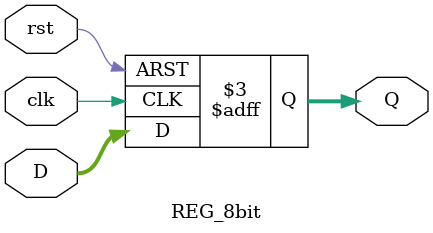
<source format=v>
/*
6502 Implemention in Verilog

Copyright (c) <2019> S.H Kim (soohyunkim@kw.ac.kr)

See the file LICENSE for copying permission.
*/

//8bit Register module
module REG_8bit(
    input clk,
    input rst,
    input [7:0]D,
    output reg [7:0] Q
);

    //6502 is active-low reset
    always @ (posedge clk or negedge rst) begin
        if(~rst) Q = 8'b00000000;
        else Q <= D;
    end

endmodule

</source>
